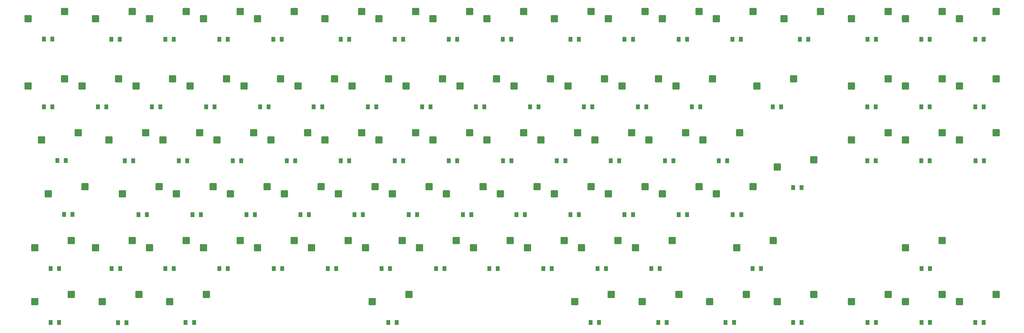
<source format=gbp>
G04 #@! TF.GenerationSoftware,KiCad,Pcbnew,8.0.6*
G04 #@! TF.CreationDate,2024-12-17T01:06:02+01:00*
G04 #@! TF.ProjectId,wxKeyboard,77784b65-7962-46f6-9172-642e6b696361,rev?*
G04 #@! TF.SameCoordinates,Original*
G04 #@! TF.FileFunction,Paste,Bot*
G04 #@! TF.FilePolarity,Positive*
%FSLAX46Y46*%
G04 Gerber Fmt 4.6, Leading zero omitted, Abs format (unit mm)*
G04 Created by KiCad (PCBNEW 8.0.6) date 2024-12-17 01:06:02*
%MOMM*%
%LPD*%
G01*
G04 APERTURE LIST*
G04 Aperture macros list*
%AMRoundRect*
0 Rectangle with rounded corners*
0 $1 Rounding radius*
0 $2 $3 $4 $5 $6 $7 $8 $9 X,Y pos of 4 corners*
0 Add a 4 corners polygon primitive as box body*
4,1,4,$2,$3,$4,$5,$6,$7,$8,$9,$2,$3,0*
0 Add four circle primitives for the rounded corners*
1,1,$1+$1,$2,$3*
1,1,$1+$1,$4,$5*
1,1,$1+$1,$6,$7*
1,1,$1+$1,$8,$9*
0 Add four rect primitives between the rounded corners*
20,1,$1+$1,$2,$3,$4,$5,0*
20,1,$1+$1,$4,$5,$6,$7,0*
20,1,$1+$1,$6,$7,$8,$9,0*
20,1,$1+$1,$8,$9,$2,$3,0*%
G04 Aperture macros list end*
%ADD10RoundRect,0.250000X-1.025000X-1.000000X1.025000X-1.000000X1.025000X1.000000X-1.025000X1.000000X0*%
%ADD11RoundRect,0.250001X0.462499X0.624999X-0.462499X0.624999X-0.462499X-0.624999X0.462499X-0.624999X0*%
G04 APERTURE END LIST*
D10*
X419158750Y-423703750D03*
X432085750Y-421163750D03*
X507265000Y-366553750D03*
X520192000Y-364013750D03*
X373882500Y-404653750D03*
X386809500Y-402113750D03*
X469165000Y-323691250D03*
X482092000Y-321151250D03*
X364390000Y-385603750D03*
X377317000Y-383063750D03*
X283427500Y-323691250D03*
X296354500Y-321151250D03*
X421540000Y-323691250D03*
X434467000Y-321151250D03*
X507265000Y-323691250D03*
X520192000Y-321151250D03*
X402490000Y-385603750D03*
X415417000Y-383063750D03*
X185796250Y-385603750D03*
X198723250Y-383063750D03*
X259615000Y-404653750D03*
X272542000Y-402113750D03*
X259615000Y-323691250D03*
X272542000Y-321151250D03*
X278665000Y-404653750D03*
X291592000Y-402113750D03*
X221515000Y-404653750D03*
X234442000Y-402113750D03*
X235802500Y-347503750D03*
X248729500Y-344963750D03*
X288190000Y-385603750D03*
X301117000Y-383063750D03*
X445352500Y-323691250D03*
X458279500Y-321151250D03*
X321527500Y-323691250D03*
X334454500Y-321151250D03*
X228658750Y-423703750D03*
X241585750Y-421163750D03*
X340577500Y-323691250D03*
X353504500Y-321151250D03*
X371533750Y-423703750D03*
X384460750Y-421163750D03*
X340577500Y-366553750D03*
X353504500Y-364013750D03*
X202465000Y-404653750D03*
X215392000Y-402113750D03*
X488215000Y-323691250D03*
X501142000Y-321151250D03*
X283427500Y-366553750D03*
X296354500Y-364013750D03*
X264377500Y-366553750D03*
X277304500Y-364013750D03*
X211990000Y-385603750D03*
X224917000Y-383063750D03*
X178652500Y-323691250D03*
X191579500Y-321151250D03*
X383440000Y-323691250D03*
X396367000Y-321151250D03*
X202465000Y-323691250D03*
X215392000Y-321151250D03*
X326290000Y-385603750D03*
X339217000Y-383063750D03*
X312002500Y-347503750D03*
X324929500Y-344963750D03*
X354865000Y-404653750D03*
X367792000Y-402113750D03*
X488215000Y-423703750D03*
X501142000Y-421163750D03*
X181033750Y-404653750D03*
X193960750Y-402113750D03*
X240565000Y-323691250D03*
X253492000Y-321151250D03*
X302477500Y-366553750D03*
X315404500Y-364013750D03*
X302477500Y-323691250D03*
X315404500Y-321151250D03*
X331052500Y-347503750D03*
X343979500Y-344963750D03*
X397727500Y-366553750D03*
X410654500Y-364013750D03*
X240565000Y-404653750D03*
X253492000Y-402113750D03*
X226277500Y-366553750D03*
X239204500Y-364013750D03*
X254852500Y-347503750D03*
X267779500Y-344963750D03*
X183415000Y-366553750D03*
X196342000Y-364013750D03*
X435827500Y-347503750D03*
X448754500Y-344963750D03*
X181033750Y-423703750D03*
X193960750Y-421163750D03*
X442971250Y-376078750D03*
X455898250Y-373538750D03*
X292952500Y-347503750D03*
X305879500Y-344963750D03*
X469165000Y-347503750D03*
X482092000Y-344963750D03*
X316765000Y-404653750D03*
X329692000Y-402113750D03*
X245327500Y-366553750D03*
X258254500Y-364013750D03*
X407252500Y-347503750D03*
X420179500Y-344963750D03*
X273902500Y-347503750D03*
X286829500Y-344963750D03*
X204846250Y-423703750D03*
X217773250Y-421163750D03*
X507265000Y-347503750D03*
X520192000Y-344963750D03*
X369152500Y-347503750D03*
X382079500Y-344963750D03*
X216752500Y-347503750D03*
X229679500Y-344963750D03*
X383440000Y-385603750D03*
X396367000Y-383063750D03*
X442971250Y-423703750D03*
X455898250Y-421163750D03*
X428683750Y-404653750D03*
X441610750Y-402113750D03*
X488215000Y-404653750D03*
X501142000Y-402113750D03*
X335815000Y-404653750D03*
X348742000Y-402113750D03*
X421540000Y-385603750D03*
X434467000Y-383063750D03*
X469165000Y-366553750D03*
X482092000Y-364013750D03*
X488215000Y-366553750D03*
X501142000Y-364013750D03*
X359632500Y-366553750D03*
X372559500Y-364013750D03*
X307240000Y-385603750D03*
X320167000Y-383063750D03*
X392965000Y-404653750D03*
X405892000Y-402113750D03*
X250090000Y-385603750D03*
X263017000Y-383063750D03*
X300096250Y-423703750D03*
X313023250Y-421163750D03*
X345340000Y-385603750D03*
X358267000Y-383063750D03*
X269140000Y-385603750D03*
X282067000Y-383063750D03*
X469165000Y-423703750D03*
X482092000Y-421163750D03*
X416777500Y-366553750D03*
X429704500Y-364013750D03*
X402490000Y-323691250D03*
X415417000Y-321151250D03*
X321527500Y-366553750D03*
X334454500Y-364013750D03*
X197702500Y-347503750D03*
X210629500Y-344963750D03*
X178652500Y-347503750D03*
X191579500Y-344963750D03*
X207227500Y-366553750D03*
X220154500Y-364013750D03*
X221515000Y-323691250D03*
X234442000Y-321151250D03*
X378677500Y-366553750D03*
X391604500Y-364013750D03*
X388202500Y-347503750D03*
X401129500Y-344963750D03*
X488215000Y-347503750D03*
X501142000Y-344963750D03*
X297715000Y-404653750D03*
X310642000Y-402113750D03*
X364390000Y-323691250D03*
X377317000Y-321151250D03*
X507265000Y-423703750D03*
X520192000Y-421163750D03*
X395346250Y-423703750D03*
X408273250Y-421163750D03*
X350102500Y-347503750D03*
X363029500Y-344963750D03*
X231040000Y-385603750D03*
X243967000Y-383063750D03*
D11*
X239620000Y-392906250D03*
X236645000Y-392906250D03*
X230087500Y-330993750D03*
X227112500Y-330993750D03*
X249137500Y-411956250D03*
X246162500Y-411956250D03*
X387250000Y-373856250D03*
X384275000Y-373856250D03*
X430157500Y-330993750D03*
X427182500Y-330993750D03*
X320700000Y-354806250D03*
X317725000Y-354806250D03*
X515837500Y-431006250D03*
X512862500Y-431006250D03*
X401537500Y-411956250D03*
X398562500Y-411956250D03*
X187225000Y-354806250D03*
X184250000Y-354806250D03*
X380106250Y-431006250D03*
X377131250Y-431006250D03*
X368207500Y-373856250D03*
X365232500Y-373856250D03*
X213390000Y-431090000D03*
X210415000Y-431090000D03*
X415825000Y-354806250D03*
X412850000Y-354806250D03*
X496847500Y-411956250D03*
X493872500Y-411956250D03*
X237231250Y-431006250D03*
X234256250Y-431006250D03*
X325580000Y-411956250D03*
X322605000Y-411956250D03*
X230087500Y-411956250D03*
X227112500Y-411956250D03*
X211160000Y-411956250D03*
X208185000Y-411956250D03*
X477737500Y-373856250D03*
X474762500Y-373856250D03*
X496787500Y-330993750D03*
X493812500Y-330993750D03*
X268350000Y-411956250D03*
X265375000Y-411956250D03*
X189606250Y-411956250D03*
X186631250Y-411956250D03*
X330100000Y-330993750D03*
X327125000Y-330993750D03*
X277750000Y-392906250D03*
X274775000Y-392906250D03*
X330100000Y-373856250D03*
X327125000Y-373856250D03*
X373015000Y-392906250D03*
X370040000Y-392906250D03*
X315910000Y-392906250D03*
X312935000Y-392906250D03*
X515837500Y-330990000D03*
X512862500Y-330990000D03*
X335090000Y-392906250D03*
X332115000Y-392906250D03*
X211037500Y-330993750D03*
X208062500Y-330993750D03*
X268187500Y-330993750D03*
X265212500Y-330993750D03*
X477790000Y-431000000D03*
X474815000Y-431000000D03*
X403970000Y-431006250D03*
X400995000Y-431006250D03*
X496787500Y-373856250D03*
X493812500Y-373856250D03*
X306400000Y-411956250D03*
X303425000Y-411956250D03*
X244450000Y-354806250D03*
X241475000Y-354806250D03*
X194368750Y-392860000D03*
X191393750Y-392860000D03*
X353912500Y-392906250D03*
X350937500Y-392906250D03*
X515905000Y-373856250D03*
X512930000Y-373856250D03*
X344387500Y-411956250D03*
X341412500Y-411956250D03*
X215800000Y-373856250D03*
X212825000Y-373856250D03*
X258662500Y-392906250D03*
X255687500Y-392906250D03*
X272950000Y-373856250D03*
X269975000Y-373856250D03*
X496830000Y-431006250D03*
X493855000Y-431006250D03*
X287420000Y-411956250D03*
X284445000Y-411956250D03*
X430275000Y-392906250D03*
X427300000Y-392906250D03*
X349240000Y-373856250D03*
X346265000Y-373856250D03*
X189606250Y-431006250D03*
X186631250Y-431006250D03*
X392085000Y-330993750D03*
X389110000Y-330993750D03*
X225325000Y-354806250D03*
X222350000Y-354806250D03*
X406337500Y-373856250D03*
X403362500Y-373856250D03*
X308770000Y-431006250D03*
X305795000Y-431006250D03*
X411177500Y-392906250D03*
X408202500Y-392906250D03*
X296762500Y-392906250D03*
X293787500Y-392906250D03*
X311050000Y-330993750D03*
X308075000Y-330993750D03*
X515837500Y-354806250D03*
X512862500Y-354806250D03*
X311050000Y-373856250D03*
X308075000Y-373856250D03*
X282450000Y-354806250D03*
X279475000Y-354806250D03*
X392085000Y-392906250D03*
X389110000Y-392906250D03*
X292000000Y-330993750D03*
X289025000Y-330993750D03*
X363437500Y-411956250D03*
X360462500Y-411956250D03*
X358785000Y-354806250D03*
X355810000Y-354806250D03*
X396785000Y-354806250D03*
X393810000Y-354806250D03*
X377737500Y-354806250D03*
X374762500Y-354806250D03*
X339625000Y-354806250D03*
X336650000Y-354806250D03*
X427731250Y-431006250D03*
X424756250Y-431006250D03*
X477737500Y-354806250D03*
X474762500Y-354806250D03*
X382545000Y-411956250D03*
X379570000Y-411956250D03*
X292000000Y-373856250D03*
X289025000Y-373856250D03*
X220562500Y-392906250D03*
X217587500Y-392906250D03*
X453925000Y-330993750D03*
X450950000Y-330993750D03*
X206275000Y-354806250D03*
X203300000Y-354806250D03*
X425350000Y-373856250D03*
X422375000Y-373856250D03*
X444400000Y-354806250D03*
X441425000Y-354806250D03*
X249137500Y-330993750D03*
X246162500Y-330993750D03*
X187267500Y-330910000D03*
X184292500Y-330910000D03*
X411155000Y-330993750D03*
X408180000Y-330993750D03*
X191987500Y-373820000D03*
X189012500Y-373820000D03*
X253900000Y-373856250D03*
X250925000Y-373856250D03*
X349150000Y-330993750D03*
X346175000Y-330993750D03*
X477825000Y-330993750D03*
X474850000Y-330993750D03*
X451543750Y-383381250D03*
X448568750Y-383381250D03*
X301525000Y-354806250D03*
X298550000Y-354806250D03*
X372962500Y-330993750D03*
X369987500Y-330993750D03*
X451570000Y-431006250D03*
X448595000Y-431006250D03*
X234850000Y-373856250D03*
X231875000Y-373856250D03*
X496787500Y-354806250D03*
X493812500Y-354806250D03*
X437277500Y-411956250D03*
X434302500Y-411956250D03*
X263520000Y-354806250D03*
X260545000Y-354806250D03*
M02*

</source>
